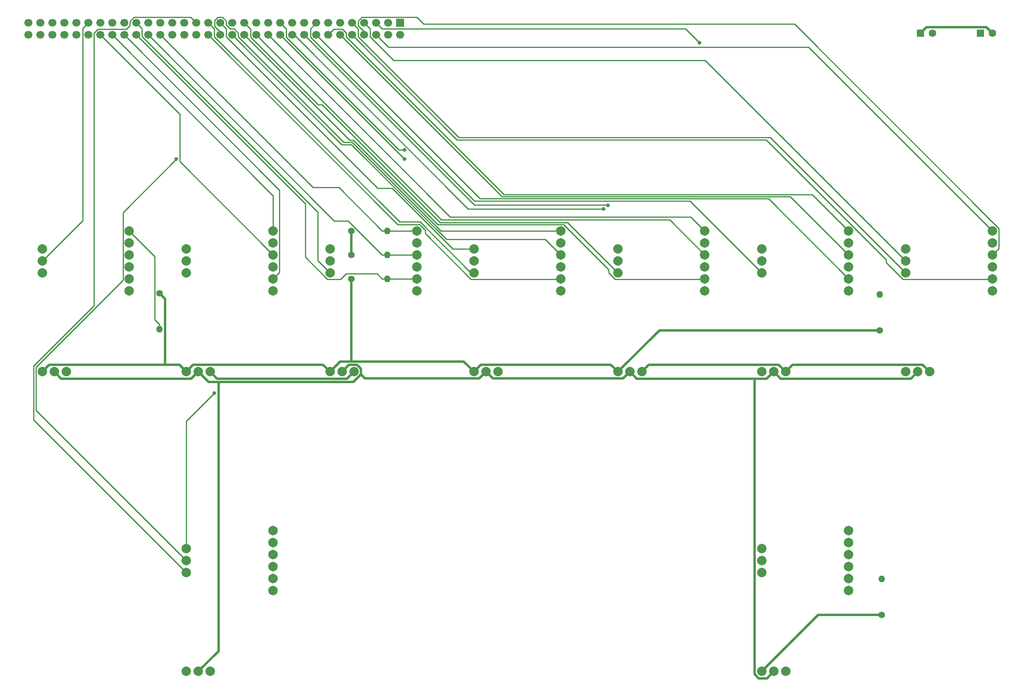
<source format=gbr>
G04 #@! TF.GenerationSoftware,KiCad,Pcbnew,(5.0.0)*
G04 #@! TF.CreationDate,2019-08-30T17:46:26+01:00*
G04 #@! TF.ProjectId,A-FB,412D46422E6B696361645F7063620000,rev?*
G04 #@! TF.SameCoordinates,Original*
G04 #@! TF.FileFunction,Copper,L1,Top,Signal*
G04 #@! TF.FilePolarity,Positive*
%FSLAX46Y46*%
G04 Gerber Fmt 4.6, Leading zero omitted, Abs format (unit mm)*
G04 Created by KiCad (PCBNEW (5.0.0)) date 08/30/19 17:46:26*
%MOMM*%
%LPD*%
G01*
G04 APERTURE LIST*
G04 #@! TA.AperFunction,ComponentPad*
%ADD10C,2.000000*%
G04 #@! TD*
G04 #@! TA.AperFunction,ComponentPad*
%ADD11C,1.400000*%
G04 #@! TD*
G04 #@! TA.AperFunction,ComponentPad*
%ADD12O,1.400000X1.400000*%
G04 #@! TD*
G04 #@! TA.AperFunction,ComponentPad*
%ADD13C,1.600000*%
G04 #@! TD*
G04 #@! TA.AperFunction,ComponentPad*
%ADD14R,1.600000X1.600000*%
G04 #@! TD*
G04 #@! TA.AperFunction,ComponentPad*
%ADD15C,1.700000*%
G04 #@! TD*
G04 #@! TA.AperFunction,ComponentPad*
%ADD16R,1.700000X1.700000*%
G04 #@! TD*
G04 #@! TA.AperFunction,ViaPad*
%ADD17C,0.800000*%
G04 #@! TD*
G04 #@! TA.AperFunction,Conductor*
%ADD18C,0.500000*%
G04 #@! TD*
G04 #@! TA.AperFunction,Conductor*
%ADD19C,0.250000*%
G04 #@! TD*
G04 APERTURE END LIST*
D10*
G04 #@! TO.P,U8,13*
G04 #@! TO.N,3*
X225425000Y-78740000D03*
G04 #@! TO.P,U8,12*
G04 #@! TO.N,4*
X225425000Y-81280000D03*
G04 #@! TO.P,U8,11*
G04 #@! TO.N,5*
X225425000Y-83820000D03*
G04 #@! TO.P,U8,6*
G04 #@! TO.N,C*
X243840000Y-74930000D03*
G04 #@! TO.P,U8,5*
G04 #@! TO.N,N/C*
X243840000Y-77470000D03*
G04 #@! TO.P,U8,4*
G04 #@! TO.N,D*
X243840000Y-80010000D03*
G04 #@! TO.P,U8,3*
G04 #@! TO.N,N/C*
X243840000Y-82550000D03*
G04 #@! TO.P,U8,2*
G04 #@! TO.N,E*
X243840000Y-85090000D03*
G04 #@! TO.P,U8,1*
G04 #@! TO.N,N/C*
X243840000Y-87630000D03*
G04 #@! TO.P,U8,23*
G04 #@! TO.N,Neg6v*
X230505000Y-104775000D03*
G04 #@! TO.P,U8,22*
G04 #@! TO.N,GND*
X227965000Y-104775000D03*
G04 #@! TO.P,U8,21*
G04 #@! TO.N,6v*
X225425000Y-104775000D03*
G04 #@! TD*
G04 #@! TO.P,U12,13*
G04 #@! TO.N,21*
X103505000Y-78740000D03*
G04 #@! TO.P,U12,12*
G04 #@! TO.N,22*
X103505000Y-81280000D03*
G04 #@! TO.P,U12,11*
G04 #@! TO.N,23*
X103505000Y-83820000D03*
G04 #@! TO.P,U12,6*
G04 #@! TO.N,Y*
X121920000Y-74930000D03*
G04 #@! TO.P,U12,5*
G04 #@! TO.N,N/C*
X121920000Y-77470000D03*
G04 #@! TO.P,U12,4*
G04 #@! TO.N,Z*
X121920000Y-80010000D03*
G04 #@! TO.P,U12,3*
G04 #@! TO.N,N/C*
X121920000Y-82550000D03*
G04 #@! TO.P,U12,2*
G04 #@! TO.N,AA*
X121920000Y-85090000D03*
G04 #@! TO.P,U12,1*
G04 #@! TO.N,N/C*
X121920000Y-87630000D03*
G04 #@! TO.P,U12,23*
G04 #@! TO.N,Neg6v*
X108585000Y-104775000D03*
G04 #@! TO.P,U12,22*
G04 #@! TO.N,GND*
X106045000Y-104775000D03*
G04 #@! TO.P,U12,21*
G04 #@! TO.N,6v*
X103505000Y-104775000D03*
G04 #@! TD*
G04 #@! TO.P,U11,13*
G04 #@! TO.N,16*
X133985000Y-78740000D03*
G04 #@! TO.P,U11,12*
G04 #@! TO.N,15*
X133985000Y-81280000D03*
G04 #@! TO.P,U11,11*
G04 #@! TO.N,17*
X133985000Y-83820000D03*
G04 #@! TO.P,U11,6*
G04 #@! TO.N,T*
X152400000Y-74930000D03*
G04 #@! TO.P,U11,5*
G04 #@! TO.N,N/C*
X152400000Y-77470000D03*
G04 #@! TO.P,U11,4*
G04 #@! TO.N,S*
X152400000Y-80010000D03*
G04 #@! TO.P,U11,3*
G04 #@! TO.N,N/C*
X152400000Y-82550000D03*
G04 #@! TO.P,U11,2*
G04 #@! TO.N,U*
X152400000Y-85090000D03*
G04 #@! TO.P,U11,1*
G04 #@! TO.N,N/C*
X152400000Y-87630000D03*
G04 #@! TO.P,U11,23*
G04 #@! TO.N,Neg6v*
X139065000Y-104775000D03*
G04 #@! TO.P,U11,22*
G04 #@! TO.N,GND*
X136525000Y-104775000D03*
G04 #@! TO.P,U11,21*
G04 #@! TO.N,6v*
X133985000Y-104775000D03*
G04 #@! TD*
G04 #@! TO.P,U14,13*
G04 #@! TO.N,30*
X42545000Y-78740000D03*
G04 #@! TO.P,U14,12*
G04 #@! TO.N,27*
X42545000Y-81280000D03*
G04 #@! TO.P,U14,11*
G04 #@! TO.N,28*
X42545000Y-83820000D03*
G04 #@! TO.P,U14,6*
G04 #@! TO.N,AJ*
X60960000Y-74930000D03*
G04 #@! TO.P,U14,5*
G04 #@! TO.N,N/C*
X60960000Y-77470000D03*
G04 #@! TO.P,U14,4*
G04 #@! TO.N,AE*
X60960000Y-80010000D03*
G04 #@! TO.P,U14,3*
G04 #@! TO.N,N/C*
X60960000Y-82550000D03*
G04 #@! TO.P,U14,2*
G04 #@! TO.N,AF*
X60960000Y-85090000D03*
G04 #@! TO.P,U14,1*
G04 #@! TO.N,N/C*
X60960000Y-87630000D03*
G04 #@! TO.P,U14,23*
G04 #@! TO.N,Neg6v*
X47625000Y-104775000D03*
G04 #@! TO.P,U14,22*
G04 #@! TO.N,GND*
X45085000Y-104775000D03*
G04 #@! TO.P,U14,21*
G04 #@! TO.N,6v*
X42545000Y-104775000D03*
G04 #@! TD*
G04 #@! TO.P,U13,13*
G04 #@! TO.N,25*
X73025000Y-78740000D03*
G04 #@! TO.P,U13,12*
G04 #@! TO.N,26*
X73025000Y-81280000D03*
G04 #@! TO.P,U13,11*
G04 #@! TO.N,24*
X73025000Y-83820000D03*
G04 #@! TO.P,U13,6*
G04 #@! TO.N,AC*
X91440000Y-74930000D03*
G04 #@! TO.P,U13,5*
G04 #@! TO.N,N/C*
X91440000Y-77470000D03*
G04 #@! TO.P,U13,4*
G04 #@! TO.N,AD*
X91440000Y-80010000D03*
G04 #@! TO.P,U13,3*
G04 #@! TO.N,N/C*
X91440000Y-82550000D03*
G04 #@! TO.P,U13,2*
G04 #@! TO.N,AB*
X91440000Y-85090000D03*
G04 #@! TO.P,U13,1*
G04 #@! TO.N,N/C*
X91440000Y-87630000D03*
G04 #@! TO.P,U13,23*
G04 #@! TO.N,Neg6v*
X78105000Y-104775000D03*
G04 #@! TO.P,U13,22*
G04 #@! TO.N,GND*
X75565000Y-104775000D03*
G04 #@! TO.P,U13,21*
G04 #@! TO.N,6v*
X73025000Y-104775000D03*
G04 #@! TD*
D11*
G04 #@! TO.P,R3,1*
G04 #@! TO.N,6v*
X107975000Y-85064600D03*
D12*
G04 #@! TO.P,R3,2*
G04 #@! TO.N,AA*
X115595000Y-85064600D03*
G04 #@! TD*
D11*
G04 #@! TO.P,R4,1*
G04 #@! TO.N,6v*
X107975000Y-80010000D03*
D12*
G04 #@! TO.P,R4,2*
G04 #@! TO.N,Z*
X115595000Y-80010000D03*
G04 #@! TD*
D11*
G04 #@! TO.P,R5,1*
G04 #@! TO.N,6v*
X107975000Y-74930000D03*
D12*
G04 #@! TO.P,R5,2*
G04 #@! TO.N,Y*
X115595000Y-74930000D03*
G04 #@! TD*
D11*
G04 #@! TO.P,R6,1*
G04 #@! TO.N,6v*
X67411600Y-88163400D03*
D12*
G04 #@! TO.P,R6,2*
G04 #@! TO.N,AJ*
X67411600Y-95783400D03*
G04 #@! TD*
D10*
G04 #@! TO.P,U2,13*
G04 #@! TO.N,9*
X194945000Y-142240000D03*
G04 #@! TO.P,U2,12*
G04 #@! TO.N,10*
X194945000Y-144780000D03*
G04 #@! TO.P,U2,11*
G04 #@! TO.N,11*
X194945000Y-147320000D03*
G04 #@! TO.P,U2,6*
G04 #@! TO.N,K*
X213360000Y-138430000D03*
G04 #@! TO.P,U2,5*
G04 #@! TO.N,N/C*
X213360000Y-140970000D03*
G04 #@! TO.P,U2,4*
G04 #@! TO.N,L*
X213360000Y-143510000D03*
G04 #@! TO.P,U2,3*
G04 #@! TO.N,N/C*
X213360000Y-146050000D03*
G04 #@! TO.P,U2,2*
G04 #@! TO.N,M*
X213360000Y-148590000D03*
G04 #@! TO.P,U2,1*
G04 #@! TO.N,N/C*
X213360000Y-151130000D03*
G04 #@! TO.P,U2,23*
G04 #@! TO.N,Neg6v*
X200025000Y-168275000D03*
G04 #@! TO.P,U2,22*
G04 #@! TO.N,GND*
X197485000Y-168275000D03*
G04 #@! TO.P,U2,21*
G04 #@! TO.N,6v*
X194945000Y-168275000D03*
G04 #@! TD*
G04 #@! TO.P,U6,13*
G04 #@! TO.N,20*
X73025000Y-142240000D03*
G04 #@! TO.P,U6,12*
G04 #@! TO.N,19*
X73025000Y-144780000D03*
G04 #@! TO.P,U6,11*
G04 #@! TO.N,18*
X73025000Y-147320000D03*
G04 #@! TO.P,U6,6*
G04 #@! TO.N,X*
X91440000Y-138430000D03*
G04 #@! TO.P,U6,5*
G04 #@! TO.N,N/C*
X91440000Y-140970000D03*
G04 #@! TO.P,U6,4*
G04 #@! TO.N,W*
X91440000Y-143510000D03*
G04 #@! TO.P,U6,3*
G04 #@! TO.N,N/C*
X91440000Y-146050000D03*
G04 #@! TO.P,U6,2*
G04 #@! TO.N,V*
X91440000Y-148590000D03*
G04 #@! TO.P,U6,1*
G04 #@! TO.N,N/C*
X91440000Y-151130000D03*
G04 #@! TO.P,U6,23*
G04 #@! TO.N,Neg6v*
X78105000Y-168275000D03*
G04 #@! TO.P,U6,22*
G04 #@! TO.N,GND*
X75565000Y-168275000D03*
G04 #@! TO.P,U6,21*
G04 #@! TO.N,6v*
X73025000Y-168275000D03*
G04 #@! TD*
G04 #@! TO.P,U9,13*
G04 #@! TO.N,7*
X194945000Y-78740000D03*
G04 #@! TO.P,U9,12*
G04 #@! TO.N,6*
X194945000Y-81280000D03*
G04 #@! TO.P,U9,11*
G04 #@! TO.N,8*
X194945000Y-83820000D03*
G04 #@! TO.P,U9,6*
G04 #@! TO.N,H*
X213360000Y-74930000D03*
G04 #@! TO.P,U9,5*
G04 #@! TO.N,N/C*
X213360000Y-77470000D03*
G04 #@! TO.P,U9,4*
G04 #@! TO.N,F*
X213360000Y-80010000D03*
G04 #@! TO.P,U9,3*
G04 #@! TO.N,N/C*
X213360000Y-82550000D03*
G04 #@! TO.P,U9,2*
G04 #@! TO.N,J*
X213360000Y-85090000D03*
G04 #@! TO.P,U9,1*
G04 #@! TO.N,N/C*
X213360000Y-87630000D03*
G04 #@! TO.P,U9,23*
G04 #@! TO.N,Neg6v*
X200025000Y-104775000D03*
G04 #@! TO.P,U9,22*
G04 #@! TO.N,GND*
X197485000Y-104775000D03*
G04 #@! TO.P,U9,21*
G04 #@! TO.N,6v*
X194945000Y-104775000D03*
G04 #@! TD*
G04 #@! TO.P,U10,13*
G04 #@! TO.N,12*
X164465000Y-78740000D03*
G04 #@! TO.P,U10,12*
G04 #@! TO.N,13*
X164465000Y-81280000D03*
G04 #@! TO.P,U10,11*
G04 #@! TO.N,14*
X164465000Y-83820000D03*
G04 #@! TO.P,U10,6*
G04 #@! TO.N,N*
X182880000Y-74930000D03*
G04 #@! TO.P,U10,5*
G04 #@! TO.N,N/C*
X182880000Y-77470000D03*
G04 #@! TO.P,U10,4*
G04 #@! TO.N,P*
X182880000Y-80010000D03*
G04 #@! TO.P,U10,3*
G04 #@! TO.N,N/C*
X182880000Y-82550000D03*
G04 #@! TO.P,U10,2*
G04 #@! TO.N,R*
X182880000Y-85090000D03*
G04 #@! TO.P,U10,1*
G04 #@! TO.N,N/C*
X182880000Y-87630000D03*
G04 #@! TO.P,U10,23*
G04 #@! TO.N,Neg6v*
X169545000Y-104775000D03*
G04 #@! TO.P,U10,22*
G04 #@! TO.N,GND*
X167005000Y-104775000D03*
G04 #@! TO.P,U10,21*
G04 #@! TO.N,6v*
X164465000Y-104775000D03*
G04 #@! TD*
D13*
G04 #@! TO.P,C1,2*
G04 #@! TO.N,GND*
X243800000Y-33020000D03*
D14*
G04 #@! TO.P,C1,1*
G04 #@! TO.N,6v*
X241300000Y-33020000D03*
G04 #@! TD*
D13*
G04 #@! TO.P,C2,2*
G04 #@! TO.N,Neg6v*
X231100000Y-33020000D03*
D14*
G04 #@! TO.P,C2,1*
G04 #@! TO.N,GND*
X228600000Y-33020000D03*
G04 #@! TD*
D15*
G04 #@! TO.P,J1,AL*
G04 #@! TO.N,GND*
X39605000Y-33401000D03*
G04 #@! TO.P,J1,32*
X39605000Y-30861000D03*
G04 #@! TO.P,J1,AK*
G04 #@! TO.N,Neg6v*
X42145000Y-33401000D03*
G04 #@! TO.P,J1,31*
X42145000Y-30861000D03*
G04 #@! TO.P,J1,AJ*
G04 #@! TO.N,AJ*
X44685000Y-33401000D03*
G04 #@! TO.P,J1,30*
G04 #@! TO.N,30*
X44685000Y-30861000D03*
G04 #@! TO.P,J1,AH*
G04 #@! TO.N,N/C*
X47225000Y-33401000D03*
G04 #@! TO.P,J1,29*
X47225000Y-30861000D03*
G04 #@! TO.P,J1,AF*
G04 #@! TO.N,AF*
X49765000Y-33401000D03*
G04 #@! TO.P,J1,28*
G04 #@! TO.N,28*
X49765000Y-30861000D03*
G04 #@! TO.P,J1,AE*
G04 #@! TO.N,AE*
X52305000Y-33401000D03*
G04 #@! TO.P,J1,27*
G04 #@! TO.N,27*
X52305000Y-30861000D03*
G04 #@! TO.P,J1,AD*
G04 #@! TO.N,AD*
X54845000Y-33401000D03*
G04 #@! TO.P,J1,26*
G04 #@! TO.N,26*
X54845000Y-30861000D03*
G04 #@! TO.P,J1,AC*
G04 #@! TO.N,AC*
X57385000Y-33401000D03*
G04 #@! TO.P,J1,25*
G04 #@! TO.N,25*
X57385000Y-30861000D03*
G04 #@! TO.P,J1,AB*
G04 #@! TO.N,AB*
X59925000Y-33401000D03*
G04 #@! TO.P,J1,24*
G04 #@! TO.N,24*
X59925000Y-30861000D03*
G04 #@! TO.P,J1,AA*
G04 #@! TO.N,AA*
X62465000Y-33401000D03*
G04 #@! TO.P,J1,23*
G04 #@! TO.N,23*
X62465000Y-30861000D03*
G04 #@! TO.P,J1,Z*
G04 #@! TO.N,Z*
X65005000Y-33401000D03*
G04 #@! TO.P,J1,22*
G04 #@! TO.N,22*
X65005000Y-30861000D03*
G04 #@! TO.P,J1,Y*
G04 #@! TO.N,Y*
X67545000Y-33401000D03*
G04 #@! TO.P,J1,21*
G04 #@! TO.N,21*
X67545000Y-30861000D03*
G04 #@! TO.P,J1,X*
G04 #@! TO.N,X*
X70085000Y-33401000D03*
G04 #@! TO.P,J1,20*
G04 #@! TO.N,20*
X70085000Y-30861000D03*
G04 #@! TO.P,J1,W*
G04 #@! TO.N,W*
X72625000Y-33401000D03*
G04 #@! TO.P,J1,19*
G04 #@! TO.N,19*
X72625000Y-30861000D03*
G04 #@! TO.P,J1,V*
G04 #@! TO.N,V*
X75165000Y-33401000D03*
G04 #@! TO.P,J1,18*
G04 #@! TO.N,18*
X75165000Y-30861000D03*
G04 #@! TO.P,J1,U*
G04 #@! TO.N,U*
X77705000Y-33401000D03*
G04 #@! TO.P,J1,17*
G04 #@! TO.N,17*
X77705000Y-30861000D03*
G04 #@! TO.P,J1,T*
G04 #@! TO.N,T*
X80245000Y-33401000D03*
G04 #@! TO.P,J1,16*
G04 #@! TO.N,16*
X80245000Y-30861000D03*
G04 #@! TO.P,J1,S*
G04 #@! TO.N,S*
X82785000Y-33401000D03*
G04 #@! TO.P,J1,15*
G04 #@! TO.N,15*
X82785000Y-30861000D03*
G04 #@! TO.P,J1,R*
G04 #@! TO.N,R*
X85325000Y-33401000D03*
G04 #@! TO.P,J1,14*
G04 #@! TO.N,14*
X85325000Y-30861000D03*
G04 #@! TO.P,J1,P*
G04 #@! TO.N,P*
X87865000Y-33401000D03*
G04 #@! TO.P,J1,13*
G04 #@! TO.N,13*
X87865000Y-30861000D03*
G04 #@! TO.P,J1,N*
G04 #@! TO.N,N*
X90405000Y-33401000D03*
G04 #@! TO.P,J1,12*
G04 #@! TO.N,12*
X90405000Y-30861000D03*
G04 #@! TO.P,J1,M*
G04 #@! TO.N,M*
X92945000Y-33401000D03*
G04 #@! TO.P,J1,11*
G04 #@! TO.N,11*
X92945000Y-30861000D03*
G04 #@! TO.P,J1,L*
G04 #@! TO.N,L*
X95485000Y-33401000D03*
G04 #@! TO.P,J1,10*
G04 #@! TO.N,10*
X95485000Y-30861000D03*
G04 #@! TO.P,J1,K*
G04 #@! TO.N,K*
X98025000Y-33401000D03*
G04 #@! TO.P,J1,9*
G04 #@! TO.N,9*
X98025000Y-30861000D03*
G04 #@! TO.P,J1,J*
G04 #@! TO.N,J*
X100565000Y-33401000D03*
G04 #@! TO.P,J1,8*
G04 #@! TO.N,8*
X100565000Y-30861000D03*
G04 #@! TO.P,J1,H*
G04 #@! TO.N,H*
X103105000Y-33401000D03*
G04 #@! TO.P,J1,7*
G04 #@! TO.N,7*
X103105000Y-30861000D03*
G04 #@! TO.P,J1,F*
G04 #@! TO.N,F*
X105645000Y-33401000D03*
G04 #@! TO.P,J1,6*
G04 #@! TO.N,6*
X105645000Y-30861000D03*
G04 #@! TO.P,J1,E*
G04 #@! TO.N,E*
X108185000Y-33401000D03*
G04 #@! TO.P,J1,5*
G04 #@! TO.N,5*
X108185000Y-30861000D03*
G04 #@! TO.P,J1,D*
G04 #@! TO.N,D*
X110725000Y-33401000D03*
G04 #@! TO.P,J1,4*
G04 #@! TO.N,4*
X110725000Y-30861000D03*
G04 #@! TO.P,J1,C*
G04 #@! TO.N,C*
X113265000Y-33401000D03*
G04 #@! TO.P,J1,3*
G04 #@! TO.N,3*
X113265000Y-30861000D03*
G04 #@! TO.P,J1,B*
G04 #@! TO.N,6v*
X115805000Y-33401000D03*
G04 #@! TO.P,J1,2*
X115805000Y-30861000D03*
G04 #@! TO.P,J1,A*
G04 #@! TO.N,GND*
X118345000Y-33401000D03*
D16*
G04 #@! TO.P,J1,1*
X118345000Y-30861000D03*
G04 #@! TD*
D11*
G04 #@! TO.P,R1,1*
G04 #@! TO.N,6v*
X219939000Y-95986600D03*
D12*
G04 #@! TO.P,R1,2*
G04 #@! TO.N,F*
X219939000Y-88366600D03*
G04 #@! TD*
G04 #@! TO.P,R2,2*
G04 #@! TO.N,K*
X220370000Y-148666000D03*
D11*
G04 #@! TO.P,R2,1*
G04 #@! TO.N,6v*
X220370000Y-156286000D03*
G04 #@! TD*
D17*
G04 #@! TO.N,20*
X78985500Y-109305700D03*
G04 #@! TO.N,19*
X70952100Y-59721100D03*
G04 #@! TO.N,M*
X119235900Y-59664100D03*
G04 #@! TO.N,11*
X119235900Y-57755900D03*
G04 #@! TO.N,L*
X161443400Y-70262200D03*
G04 #@! TO.N,K*
X162374200Y-69560300D03*
G04 #@! TO.N,3*
X181782500Y-35097500D03*
G04 #@! TD*
D18*
G04 #@! TO.N,6v*
X219939000Y-95986600D02*
X173253400Y-95986600D01*
X173253400Y-95986600D02*
X164465000Y-104775000D01*
X68574200Y-103321900D02*
X43998100Y-103321900D01*
X43998100Y-103321900D02*
X42545000Y-104775000D01*
X73025000Y-104775000D02*
X71571900Y-103321900D01*
X71571900Y-103321900D02*
X68574200Y-103321900D01*
X68574200Y-103321900D02*
X68574200Y-89326000D01*
X68574200Y-89326000D02*
X67411600Y-88163400D01*
X73025000Y-104775000D02*
X74498300Y-103301700D01*
X74498300Y-103301700D02*
X102031700Y-103301700D01*
X102031700Y-103301700D02*
X103505000Y-104775000D01*
X164465000Y-104775000D02*
X162993400Y-103303400D01*
X162993400Y-103303400D02*
X135456600Y-103303400D01*
X135456600Y-103303400D02*
X133985000Y-104775000D01*
X107975000Y-102599800D02*
X131809800Y-102599800D01*
X131809800Y-102599800D02*
X133985000Y-104775000D01*
X103505000Y-104775000D02*
X105680200Y-102599800D01*
X105680200Y-102599800D02*
X107975000Y-102599800D01*
X107975000Y-102599800D02*
X107975000Y-85064600D01*
X107975000Y-74930000D02*
X107975000Y-80010000D01*
X220370000Y-156286000D02*
X206934000Y-156286000D01*
X206934000Y-156286000D02*
X194945000Y-168275000D01*
G04 #@! TO.N,Neg6v*
X169545000Y-104775000D02*
X171018900Y-103301100D01*
X171018900Y-103301100D02*
X198551100Y-103301100D01*
X198551100Y-103301100D02*
X200025000Y-104775000D01*
X230505000Y-104775000D02*
X229039700Y-103309700D01*
X229039700Y-103309700D02*
X201490300Y-103309700D01*
X201490300Y-103309700D02*
X200025000Y-104775000D01*
X108585000Y-104775000D02*
X107109000Y-106251000D01*
X107109000Y-106251000D02*
X79581000Y-106251000D01*
X79581000Y-106251000D02*
X78105000Y-104775000D01*
G04 #@! TO.N,GND*
X110043500Y-105379100D02*
X110043500Y-104160900D01*
X110043500Y-104160900D02*
X109182800Y-103300200D01*
X109182800Y-103300200D02*
X107519800Y-103300200D01*
X107519800Y-103300200D02*
X106045000Y-104775000D01*
X79866000Y-106974900D02*
X108447700Y-106974900D01*
X108447700Y-106974900D02*
X110043500Y-105379100D01*
X136525000Y-104775000D02*
X135074600Y-106225400D01*
X135074600Y-106225400D02*
X110889800Y-106225400D01*
X110889800Y-106225400D02*
X110043500Y-105379100D01*
X79866000Y-106974900D02*
X79866000Y-163974000D01*
X79866000Y-163974000D02*
X75565000Y-168275000D01*
X75565000Y-104775000D02*
X77764900Y-106974900D01*
X77764900Y-106974900D02*
X79866000Y-106974900D01*
X136525000Y-104775000D02*
X137975400Y-106225400D01*
X137975400Y-106225400D02*
X165554600Y-106225400D01*
X165554600Y-106225400D02*
X167005000Y-104775000D01*
X167005000Y-104775000D02*
X168473800Y-106243800D01*
X168473800Y-106243800D02*
X193465500Y-106243800D01*
X197485000Y-104775000D02*
X198945900Y-106235900D01*
X198945900Y-106235900D02*
X226504100Y-106235900D01*
X226504100Y-106235900D02*
X227965000Y-104775000D01*
X193465500Y-106243800D02*
X196016200Y-106243800D01*
X196016200Y-106243800D02*
X197485000Y-104775000D01*
X193465500Y-106243800D02*
X193465500Y-168870900D01*
X193465500Y-168870900D02*
X194327100Y-169732500D01*
X194327100Y-169732500D02*
X196027500Y-169732500D01*
X196027500Y-169732500D02*
X197485000Y-168275000D01*
X75565000Y-104775000D02*
X74080500Y-106259500D01*
X74080500Y-106259500D02*
X46569500Y-106259500D01*
X46569500Y-106259500D02*
X45085000Y-104775000D01*
X228600000Y-33020000D02*
X229850400Y-31769600D01*
X229850400Y-31769600D02*
X242549600Y-31769600D01*
X242549600Y-31769600D02*
X243800000Y-33020000D01*
D19*
G04 #@! TO.N,AJ*
X67411600Y-95783400D02*
X67411600Y-94758100D01*
X60960000Y-74930000D02*
X66386300Y-80356300D01*
X66386300Y-80356300D02*
X66386300Y-93732800D01*
X66386300Y-93732800D02*
X67411600Y-94758100D01*
G04 #@! TO.N,27*
X52305000Y-30861000D02*
X51114500Y-32051500D01*
X51114500Y-32051500D02*
X51114500Y-72710500D01*
X51114500Y-72710500D02*
X42545000Y-81280000D01*
G04 #@! TO.N,AD*
X91440000Y-80010000D02*
X71677400Y-60247400D01*
X71677400Y-60247400D02*
X71677400Y-50233400D01*
X71677400Y-50233400D02*
X54845000Y-33401000D01*
G04 #@! TO.N,AC*
X57385000Y-33401000D02*
X91440000Y-67456000D01*
X91440000Y-67456000D02*
X91440000Y-74930000D01*
G04 #@! TO.N,AB*
X59925000Y-33401000D02*
X92806900Y-66282900D01*
X92806900Y-66282900D02*
X92806900Y-83723100D01*
X92806900Y-83723100D02*
X91440000Y-85090000D01*
G04 #@! TO.N,AA*
X115595000Y-85064600D02*
X114569700Y-85064600D01*
X62465000Y-33401000D02*
X98242900Y-69178900D01*
X98242900Y-69178900D02*
X98242900Y-80470300D01*
X98242900Y-80470300D02*
X102937600Y-85165000D01*
X102937600Y-85165000D02*
X105763000Y-85165000D01*
X105763000Y-85165000D02*
X106888700Y-84039300D01*
X106888700Y-84039300D02*
X113544400Y-84039300D01*
X113544400Y-84039300D02*
X114569700Y-85064600D01*
X115595000Y-85064600D02*
X121894600Y-85064600D01*
X121894600Y-85064600D02*
X121920000Y-85090000D01*
G04 #@! TO.N,23*
X62465000Y-30861000D02*
X63640400Y-32036400D01*
X63640400Y-32036400D02*
X63640400Y-33746500D01*
X63640400Y-33746500D02*
X100862700Y-70968800D01*
X100862700Y-70968800D02*
X100862700Y-81177800D01*
X100862700Y-81177800D02*
X100862800Y-81177800D01*
X100862800Y-81177800D02*
X103505000Y-83820000D01*
G04 #@! TO.N,Z*
X115595000Y-80010000D02*
X114569700Y-80010000D01*
X65005000Y-33401000D02*
X104412500Y-72808500D01*
X104412500Y-72808500D02*
X107368200Y-72808500D01*
X107368200Y-72808500D02*
X114569700Y-80010000D01*
X115595000Y-80010000D02*
X121920000Y-80010000D01*
G04 #@! TO.N,Y*
X114569700Y-74930000D02*
X105369100Y-65729400D01*
X105369100Y-65729400D02*
X99873400Y-65729400D01*
X99873400Y-65729400D02*
X67545000Y-33401000D01*
X115595000Y-74930000D02*
X114569700Y-74930000D01*
X115595000Y-74930000D02*
X121920000Y-74930000D01*
G04 #@! TO.N,20*
X78985500Y-109305700D02*
X73025000Y-115266200D01*
X73025000Y-115266200D02*
X73025000Y-142240000D01*
G04 #@! TO.N,19*
X70952100Y-59721100D02*
X59634600Y-71038600D01*
X59634600Y-71038600D02*
X59634600Y-85357800D01*
X59634600Y-85357800D02*
X41179200Y-103813200D01*
X41179200Y-103813200D02*
X41179200Y-112934200D01*
X41179200Y-112934200D02*
X73025000Y-144780000D01*
G04 #@! TO.N,18*
X75165000Y-30861000D02*
X73971900Y-29667900D01*
X73971900Y-29667900D02*
X61970300Y-29667900D01*
X61970300Y-29667900D02*
X61100400Y-30537800D01*
X61100400Y-30537800D02*
X61100400Y-31434000D01*
X61100400Y-31434000D02*
X60308800Y-32225600D01*
X60308800Y-32225600D02*
X54319400Y-32225600D01*
X54319400Y-32225600D02*
X53481600Y-33063400D01*
X53481600Y-33063400D02*
X53481600Y-90794600D01*
X53481600Y-90794600D02*
X40728800Y-103547400D01*
X40728800Y-103547400D02*
X40728800Y-115023800D01*
X40728800Y-115023800D02*
X73025000Y-147320000D01*
G04 #@! TO.N,U*
X77705000Y-33401000D02*
X117867900Y-73563900D01*
X117867900Y-73563900D02*
X122476100Y-73563900D01*
X122476100Y-73563900D02*
X123684400Y-74772200D01*
X123684400Y-74772200D02*
X123684400Y-75472400D01*
X123684400Y-75472400D02*
X133357600Y-85145600D01*
X133357600Y-85145600D02*
X152344400Y-85145600D01*
X152344400Y-85145600D02*
X152400000Y-85090000D01*
G04 #@! TO.N,17*
X77705000Y-30861000D02*
X78975000Y-32131000D01*
X78975000Y-32131000D02*
X78975000Y-33793100D01*
X78975000Y-33793100D02*
X118218000Y-73036100D01*
X118218000Y-73036100D02*
X122585200Y-73036100D01*
X122585200Y-73036100D02*
X133369100Y-83820000D01*
X133369100Y-83820000D02*
X133985000Y-83820000D01*
G04 #@! TO.N,T*
X80245000Y-33401000D02*
X80245000Y-32764100D01*
X80245000Y-32764100D02*
X79064900Y-31584000D01*
X79064900Y-31584000D02*
X79064900Y-30350500D01*
X79064900Y-30350500D02*
X79762800Y-29652600D01*
X79762800Y-29652600D02*
X80708300Y-29652600D01*
X80708300Y-29652600D02*
X81515000Y-30459300D01*
X81515000Y-30459300D02*
X81515000Y-31270400D01*
X81515000Y-31270400D02*
X82375600Y-32131000D01*
X82375600Y-32131000D02*
X83181400Y-32131000D01*
X83181400Y-32131000D02*
X84055000Y-33004600D01*
X84055000Y-33004600D02*
X84055000Y-33793100D01*
X84055000Y-33793100D02*
X106434100Y-56172200D01*
X106434100Y-56172200D02*
X108214300Y-56172200D01*
X108214300Y-56172200D02*
X126972100Y-74930000D01*
X126972100Y-74930000D02*
X152400000Y-74930000D01*
G04 #@! TO.N,16*
X80245000Y-30861000D02*
X81515000Y-32131000D01*
X81515000Y-32131000D02*
X81515000Y-33800300D01*
X81515000Y-33800300D02*
X113597900Y-65883200D01*
X113597900Y-65883200D02*
X116651500Y-65883200D01*
X116651500Y-65883200D02*
X129508300Y-78740000D01*
X129508300Y-78740000D02*
X133985000Y-78740000D01*
G04 #@! TO.N,S*
X82785000Y-33401000D02*
X106006500Y-56622500D01*
X106006500Y-56622500D02*
X108027700Y-56622500D01*
X108027700Y-56622500D02*
X128124800Y-76719600D01*
X128124800Y-76719600D02*
X149109600Y-76719600D01*
X149109600Y-76719600D02*
X152400000Y-80010000D01*
G04 #@! TO.N,R*
X85325000Y-33401000D02*
X107645900Y-55721900D01*
X107645900Y-55721900D02*
X108400900Y-55721900D01*
X108400900Y-55721900D02*
X126283600Y-73604600D01*
X126283600Y-73604600D02*
X152959600Y-73604600D01*
X152959600Y-73604600D02*
X162518500Y-83163500D01*
X162518500Y-83163500D02*
X162518500Y-83814700D01*
X162518500Y-83814700D02*
X163869700Y-85165900D01*
X163869700Y-85165900D02*
X182804100Y-85165900D01*
X182804100Y-85165900D02*
X182880000Y-85090000D01*
G04 #@! TO.N,14*
X164465000Y-83820000D02*
X153780700Y-73135700D01*
X153780700Y-73135700D02*
X126824900Y-73135700D01*
X126824900Y-73135700D02*
X101863000Y-48173800D01*
X101863000Y-48173800D02*
X100975700Y-48173800D01*
X100975700Y-48173800D02*
X86689700Y-33887800D01*
X86689700Y-33887800D02*
X86689700Y-32225700D01*
X86689700Y-32225700D02*
X85325000Y-30861000D01*
G04 #@! TO.N,P*
X87865000Y-33401000D02*
X127076300Y-72612300D01*
X127076300Y-72612300D02*
X175482300Y-72612300D01*
X175482300Y-72612300D02*
X182880000Y-80010000D01*
G04 #@! TO.N,N*
X90405000Y-33401000D02*
X128940900Y-71936900D01*
X128940900Y-71936900D02*
X179886900Y-71936900D01*
X179886900Y-71936900D02*
X182880000Y-74930000D01*
G04 #@! TO.N,M*
X92945000Y-33401000D02*
X92972800Y-33401000D01*
X92972800Y-33401000D02*
X119235900Y-59664100D01*
G04 #@! TO.N,11*
X92945000Y-30861000D02*
X94215000Y-32131000D01*
X94215000Y-32131000D02*
X94215000Y-33847400D01*
X94215000Y-33847400D02*
X118123500Y-57755900D01*
X118123500Y-57755900D02*
X119235900Y-57755900D01*
G04 #@! TO.N,L*
X161443400Y-70262200D02*
X132768000Y-70262200D01*
X132768000Y-70262200D02*
X95906800Y-33401000D01*
X95906800Y-33401000D02*
X95485000Y-33401000D01*
G04 #@! TO.N,K*
X162374200Y-69560300D02*
X162279200Y-69465300D01*
X162279200Y-69465300D02*
X134089300Y-69465300D01*
X134089300Y-69465300D02*
X98025000Y-33401000D01*
G04 #@! TO.N,J*
X213360000Y-85090000D02*
X196384300Y-68114300D01*
X196384300Y-68114300D02*
X135278300Y-68114300D01*
X135278300Y-68114300D02*
X100565000Y-33401000D01*
G04 #@! TO.N,8*
X100565000Y-30861000D02*
X99349700Y-32076300D01*
X99349700Y-32076300D02*
X99349700Y-33863900D01*
X99349700Y-33863900D02*
X134050500Y-68564700D01*
X134050500Y-68564700D02*
X179689700Y-68564700D01*
X179689700Y-68564700D02*
X194945000Y-83820000D01*
G04 #@! TO.N,H*
X213360000Y-74930000D02*
X205643700Y-67213700D01*
X205643700Y-67213700D02*
X140332000Y-67213700D01*
X140332000Y-67213700D02*
X106915000Y-33796700D01*
X106915000Y-33796700D02*
X106915000Y-32970000D01*
X106915000Y-32970000D02*
X106170600Y-32225600D01*
X106170600Y-32225600D02*
X104280400Y-32225600D01*
X104280400Y-32225600D02*
X103105000Y-33401000D01*
G04 #@! TO.N,F*
X213360000Y-80010000D02*
X201014000Y-67664000D01*
X201014000Y-67664000D02*
X139908000Y-67664000D01*
X139908000Y-67664000D02*
X105645000Y-33401000D01*
G04 #@! TO.N,E*
X108185000Y-33401000D02*
X130381500Y-55597500D01*
X130381500Y-55597500D02*
X195902000Y-55597500D01*
X195902000Y-55597500D02*
X221317800Y-81013300D01*
X221317800Y-81013300D02*
X221317800Y-81592200D01*
X221317800Y-81592200D02*
X224891500Y-85165900D01*
X224891500Y-85165900D02*
X243764100Y-85165900D01*
X243764100Y-85165900D02*
X243840000Y-85090000D01*
G04 #@! TO.N,5*
X108185000Y-30861000D02*
X109455000Y-32131000D01*
X109455000Y-32131000D02*
X109455000Y-33793200D01*
X109455000Y-33793200D02*
X130793800Y-55132000D01*
X130793800Y-55132000D02*
X196737000Y-55132000D01*
X196737000Y-55132000D02*
X225425000Y-83820000D01*
G04 #@! TO.N,D*
X110725000Y-33401000D02*
X110725000Y-32714300D01*
X110725000Y-32714300D02*
X109455000Y-31444300D01*
X109455000Y-31444300D02*
X109455000Y-30455000D01*
X109455000Y-30455000D02*
X110224400Y-29685600D01*
X110224400Y-29685600D02*
X121920900Y-29685600D01*
X121920900Y-29685600D02*
X123328500Y-31093200D01*
X123328500Y-31093200D02*
X201884800Y-31093200D01*
X201884800Y-31093200D02*
X245208900Y-74417300D01*
X245208900Y-74417300D02*
X245208900Y-78641100D01*
X245208900Y-78641100D02*
X243840000Y-80010000D01*
G04 #@! TO.N,4*
X110725000Y-30861000D02*
X111995000Y-32131000D01*
X111995000Y-32131000D02*
X111995000Y-33796200D01*
X111995000Y-33796200D02*
X116954100Y-38755300D01*
X116954100Y-38755300D02*
X182900300Y-38755300D01*
X182900300Y-38755300D02*
X225425000Y-81280000D01*
G04 #@! TO.N,C*
X243840000Y-74930000D02*
X204908000Y-35998000D01*
X204908000Y-35998000D02*
X115862000Y-35998000D01*
X115862000Y-35998000D02*
X113265000Y-33401000D01*
G04 #@! TO.N,3*
X113265000Y-30861000D02*
X114535000Y-32131000D01*
X114535000Y-32131000D02*
X178816000Y-32131000D01*
X178816000Y-32131000D02*
X181782500Y-35097500D01*
G04 #@! TD*
M02*

</source>
